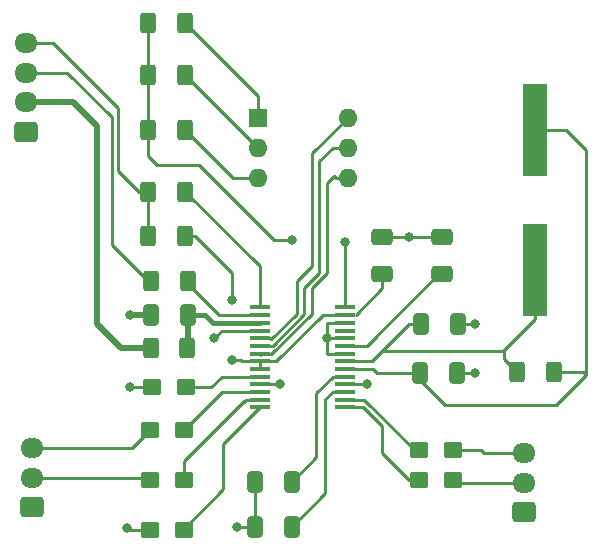
<source format=gbr>
%TF.GenerationSoftware,KiCad,Pcbnew,6.0.11+dfsg-1*%
%TF.CreationDate,2024-01-30T14:39:01+01:00*%
%TF.ProjectId,Langstone-Soundcard,4c616e67-7374-46f6-9e65-2d536f756e64,rev?*%
%TF.SameCoordinates,Original*%
%TF.FileFunction,Copper,L1,Top*%
%TF.FilePolarity,Positive*%
%FSLAX46Y46*%
G04 Gerber Fmt 4.6, Leading zero omitted, Abs format (unit mm)*
G04 Created by KiCad (PCBNEW 6.0.11+dfsg-1) date 2024-01-30 14:39:01*
%MOMM*%
%LPD*%
G01*
G04 APERTURE LIST*
G04 Aperture macros list*
%AMRoundRect*
0 Rectangle with rounded corners*
0 $1 Rounding radius*
0 $2 $3 $4 $5 $6 $7 $8 $9 X,Y pos of 4 corners*
0 Add a 4 corners polygon primitive as box body*
4,1,4,$2,$3,$4,$5,$6,$7,$8,$9,$2,$3,0*
0 Add four circle primitives for the rounded corners*
1,1,$1+$1,$2,$3*
1,1,$1+$1,$4,$5*
1,1,$1+$1,$6,$7*
1,1,$1+$1,$8,$9*
0 Add four rect primitives between the rounded corners*
20,1,$1+$1,$2,$3,$4,$5,0*
20,1,$1+$1,$4,$5,$6,$7,0*
20,1,$1+$1,$6,$7,$8,$9,0*
20,1,$1+$1,$8,$9,$2,$3,0*%
G04 Aperture macros list end*
%TA.AperFunction,SMDPad,CuDef*%
%ADD10RoundRect,0.250000X-0.400000X-0.625000X0.400000X-0.625000X0.400000X0.625000X-0.400000X0.625000X0*%
%TD*%
%TA.AperFunction,SMDPad,CuDef*%
%ADD11RoundRect,0.250000X-0.650000X0.412500X-0.650000X-0.412500X0.650000X-0.412500X0.650000X0.412500X0*%
%TD*%
%TA.AperFunction,SMDPad,CuDef*%
%ADD12RoundRect,0.250000X0.537500X0.425000X-0.537500X0.425000X-0.537500X-0.425000X0.537500X-0.425000X0*%
%TD*%
%TA.AperFunction,ComponentPad*%
%ADD13RoundRect,0.250000X0.725000X-0.600000X0.725000X0.600000X-0.725000X0.600000X-0.725000X-0.600000X0*%
%TD*%
%TA.AperFunction,ComponentPad*%
%ADD14O,1.950000X1.700000*%
%TD*%
%TA.AperFunction,SMDPad,CuDef*%
%ADD15RoundRect,0.250000X0.650000X-0.412500X0.650000X0.412500X-0.650000X0.412500X-0.650000X-0.412500X0*%
%TD*%
%TA.AperFunction,SMDPad,CuDef*%
%ADD16RoundRect,0.250000X-0.412500X-0.650000X0.412500X-0.650000X0.412500X0.650000X-0.412500X0.650000X0*%
%TD*%
%TA.AperFunction,SMDPad,CuDef*%
%ADD17R,1.750000X0.450000*%
%TD*%
%TA.AperFunction,SMDPad,CuDef*%
%ADD18RoundRect,0.250000X0.412500X0.650000X-0.412500X0.650000X-0.412500X-0.650000X0.412500X-0.650000X0*%
%TD*%
%TA.AperFunction,SMDPad,CuDef*%
%ADD19R,2.000000X7.875000*%
%TD*%
%TA.AperFunction,SMDPad,CuDef*%
%ADD20RoundRect,0.250000X-0.537500X-0.425000X0.537500X-0.425000X0.537500X0.425000X-0.537500X0.425000X0*%
%TD*%
%TA.AperFunction,ComponentPad*%
%ADD21R,1.600000X1.600000*%
%TD*%
%TA.AperFunction,ComponentPad*%
%ADD22O,1.600000X1.600000*%
%TD*%
%TA.AperFunction,ViaPad*%
%ADD23C,0.800000*%
%TD*%
%TA.AperFunction,Conductor*%
%ADD24C,0.250000*%
%TD*%
%TA.AperFunction,Conductor*%
%ADD25C,0.500000*%
%TD*%
%TA.AperFunction,Conductor*%
%ADD26C,0.400000*%
%TD*%
G04 APERTURE END LIST*
D10*
%TO.P,R6,1*%
%TO.N,Net-(J2-Pad4)*%
X115060000Y-79440000D03*
%TO.P,R6,2*%
%TO.N,Net-(R6-Pad2)*%
X118160000Y-79440000D03*
%TD*%
D11*
%TO.P,C4,1*%
%TO.N,GND*%
X134874000Y-83273500D03*
%TO.P,C4,2*%
%TO.N,Net-(C4-Pad2)*%
X134874000Y-86398500D03*
%TD*%
D12*
%TO.P,C1,1*%
%TO.N,Net-(C1-Pad1)*%
X118087500Y-99650000D03*
%TO.P,C1,2*%
%TO.N,Net-(C1-Pad2)*%
X115212500Y-99650000D03*
%TD*%
D13*
%TO.P,J1,1,Pin_1*%
%TO.N,GND*%
X105225000Y-106165000D03*
D14*
%TO.P,J1,2,Pin_2*%
%TO.N,Net-(C2-Pad2)*%
X105225000Y-103665000D03*
%TO.P,J1,3,Pin_3*%
%TO.N,Net-(C1-Pad2)*%
X105225000Y-101165000D03*
%TD*%
D15*
%TO.P,C9,1*%
%TO.N,Net-(C9-Pad1)*%
X139954000Y-86398500D03*
%TO.P,C9,2*%
%TO.N,GND*%
X139954000Y-83273500D03*
%TD*%
D12*
%TO.P,C5,1*%
%TO.N,Net-(C5-Pad1)*%
X118277500Y-96012000D03*
%TO.P,C5,2*%
%TO.N,GND*%
X115402500Y-96012000D03*
%TD*%
D10*
%TO.P,R2,1*%
%TO.N,Net-(R1-Pad1)*%
X115060000Y-69585000D03*
%TO.P,R2,2*%
%TO.N,Net-(R2-Pad2)*%
X118160000Y-69585000D03*
%TD*%
D12*
%TO.P,C6,1*%
%TO.N,Net-(C6-Pad1)*%
X118092500Y-108070000D03*
%TO.P,C6,2*%
%TO.N,GND*%
X115217500Y-108070000D03*
%TD*%
D16*
%TO.P,C12,1*%
%TO.N,Net-(C12-Pad1)*%
X138137500Y-90678000D03*
%TO.P,C12,2*%
%TO.N,GND*%
X141262500Y-90678000D03*
%TD*%
D17*
%TO.P,U1,1,D+*%
%TO.N,Net-(R6-Pad2)*%
X124485000Y-89240000D03*
%TO.P,U1,2,D-*%
%TO.N,Net-(R7-Pad2)*%
X124485000Y-89890000D03*
%TO.P,U1,3,VBUS*%
%TO.N,VCC*%
X124485000Y-90540000D03*
%TO.P,U1,4,DGNDU*%
%TO.N,GND*%
X124485000Y-91190000D03*
%TO.P,U1,5,HID0*%
%TO.N,Net-(SW1-Pad6)*%
X124485000Y-91840000D03*
%TO.P,U1,6,HID1*%
%TO.N,Net-(SW1-Pad5)*%
X124485000Y-92490000D03*
%TO.P,U1,7,HID2*%
%TO.N,Net-(SW1-Pad4)*%
X124485000Y-93140000D03*
%TO.P,U1,8,SEL0*%
%TO.N,Net-(C4-Pad2)*%
X124485000Y-93790000D03*
%TO.P,U1,9,SEL1*%
X124485000Y-94440000D03*
%TO.P,U1,10,VCCCI*%
%TO.N,Net-(C5-Pad1)*%
X124485000Y-95090000D03*
%TO.P,U1,11,AGNDC*%
%TO.N,GND*%
X124485000Y-95740000D03*
%TO.P,U1,12,VINL*%
%TO.N,Net-(C1-Pad1)*%
X124485000Y-96390000D03*
%TO.P,U1,13,VINR*%
%TO.N,Net-(C2-Pad1)*%
X124485000Y-97040000D03*
%TO.P,U1,14,VCOM*%
%TO.N,Net-(C6-Pad1)*%
X124485000Y-97690000D03*
%TO.P,U1,15,VOUTR*%
%TO.N,Net-(C11-Pad1)*%
X131685000Y-97690000D03*
%TO.P,U1,16,VOUTL*%
%TO.N,Net-(C10-Pad1)*%
X131685000Y-97040000D03*
%TO.P,U1,17,VCCP1I*%
%TO.N,Net-(C7-Pad1)*%
X131685000Y-96390000D03*
%TO.P,U1,18,AGNDP*%
%TO.N,GND*%
X131685000Y-95740000D03*
%TO.P,U1,19,VCCP2I*%
%TO.N,Net-(C8-Pad1)*%
X131685000Y-95090000D03*
%TO.P,U1,20,XTO*%
%TO.N,Net-(C13-Pad1)*%
X131685000Y-94440000D03*
%TO.P,U1,21,XTI*%
%TO.N,Net-(C12-Pad1)*%
X131685000Y-93790000D03*
%TO.P,U1,22,AGNDX*%
%TO.N,GND*%
X131685000Y-93140000D03*
%TO.P,U1,23,VCCXI*%
%TO.N,Net-(C9-Pad1)*%
X131685000Y-92490000D03*
%TO.P,U1,24,DIN*%
%TO.N,GND*%
X131685000Y-91840000D03*
%TO.P,U1,25,DOUT*%
%TO.N,unconnected-(U1-Pad25)*%
X131685000Y-91190000D03*
%TO.P,U1,26,DGND*%
%TO.N,GND*%
X131685000Y-90540000D03*
%TO.P,U1,27,VDDI*%
%TO.N,Net-(C4-Pad2)*%
X131685000Y-89890000D03*
%TO.P,U1,28,~{SSPND}*%
%TO.N,Net-(R1-Pad1)*%
X131685000Y-89240000D03*
%TD*%
D10*
%TO.P,R3,1*%
%TO.N,Net-(R1-Pad1)*%
X115060000Y-74190000D03*
%TO.P,R3,2*%
%TO.N,Net-(R3-Pad2)*%
X118160000Y-74190000D03*
%TD*%
D16*
%TO.P,C13,1*%
%TO.N,Net-(C13-Pad1)*%
X138057500Y-94795000D03*
%TO.P,C13,2*%
%TO.N,GND*%
X141182500Y-94795000D03*
%TD*%
D18*
%TO.P,C7,1*%
%TO.N,Net-(C7-Pad1)*%
X127223500Y-107803000D03*
%TO.P,C7,2*%
%TO.N,GND*%
X124098500Y-107803000D03*
%TD*%
D10*
%TO.P,R1,1*%
%TO.N,Net-(R1-Pad1)*%
X115060000Y-65140000D03*
%TO.P,R1,2*%
%TO.N,Net-(R1-Pad2)*%
X118160000Y-65140000D03*
%TD*%
D19*
%TO.P,Y1,1,1*%
%TO.N,Net-(C13-Pad1)*%
X147770000Y-74192500D03*
%TO.P,Y1,2,2*%
%TO.N,Net-(C12-Pad1)*%
X147770000Y-86067500D03*
%TD*%
D18*
%TO.P,C8,1*%
%TO.N,Net-(C8-Pad1)*%
X127223500Y-103993000D03*
%TO.P,C8,2*%
%TO.N,GND*%
X124098500Y-103993000D03*
%TD*%
D13*
%TO.P,J3,1,Pin_1*%
%TO.N,GND*%
X146907500Y-106565000D03*
D14*
%TO.P,J3,2,Pin_2*%
%TO.N,Net-(C11-Pad2)*%
X146907500Y-104065000D03*
%TO.P,J3,3,Pin_3*%
%TO.N,Net-(C10-Pad2)*%
X146907500Y-101565000D03*
%TD*%
D10*
%TO.P,R4,1*%
%TO.N,Net-(J2-Pad2)*%
X115266000Y-92710000D03*
%TO.P,R4,2*%
%TO.N,VCC*%
X118366000Y-92710000D03*
%TD*%
D20*
%TO.P,C11,1*%
%TO.N,Net-(C11-Pad1)*%
X138008500Y-103886000D03*
%TO.P,C11,2*%
%TO.N,Net-(C11-Pad2)*%
X140883500Y-103886000D03*
%TD*%
D10*
%TO.P,R5,1*%
%TO.N,Net-(J2-Pad4)*%
X115060000Y-83200000D03*
%TO.P,R5,2*%
%TO.N,Net-(C4-Pad2)*%
X118160000Y-83200000D03*
%TD*%
D12*
%TO.P,C2,1*%
%TO.N,Net-(C2-Pad1)*%
X118092500Y-103875000D03*
%TO.P,C2,2*%
%TO.N,Net-(C2-Pad2)*%
X115217500Y-103875000D03*
%TD*%
D10*
%TO.P,R7,1*%
%TO.N,Net-(J2-Pad3)*%
X115316000Y-86970000D03*
%TO.P,R7,2*%
%TO.N,Net-(R7-Pad2)*%
X118416000Y-86970000D03*
%TD*%
D13*
%TO.P,J2,1,Pin_1*%
%TO.N,GND*%
X104700000Y-74355000D03*
D14*
%TO.P,J2,2,Pin_2*%
%TO.N,Net-(J2-Pad2)*%
X104700000Y-71855000D03*
%TO.P,J2,3,Pin_3*%
%TO.N,Net-(J2-Pad3)*%
X104700000Y-69355000D03*
%TO.P,J2,4,Pin_4*%
%TO.N,Net-(J2-Pad4)*%
X104700000Y-66855000D03*
%TD*%
D10*
%TO.P,R8,1*%
%TO.N,Net-(C12-Pad1)*%
X146278000Y-94742000D03*
%TO.P,R8,2*%
%TO.N,Net-(C13-Pad1)*%
X149378000Y-94742000D03*
%TD*%
D21*
%TO.P,SW1,1*%
%TO.N,Net-(R1-Pad2)*%
X124317500Y-73160000D03*
D22*
%TO.P,SW1,2*%
%TO.N,Net-(R2-Pad2)*%
X124317500Y-75700000D03*
%TO.P,SW1,3*%
%TO.N,Net-(R3-Pad2)*%
X124317500Y-78240000D03*
%TO.P,SW1,4*%
%TO.N,Net-(SW1-Pad4)*%
X131937500Y-78240000D03*
%TO.P,SW1,5*%
%TO.N,Net-(SW1-Pad5)*%
X131937500Y-75700000D03*
%TO.P,SW1,6*%
%TO.N,Net-(SW1-Pad6)*%
X131937500Y-73160000D03*
%TD*%
D18*
%TO.P,C3,1*%
%TO.N,VCC*%
X118402500Y-89916000D03*
%TO.P,C3,2*%
%TO.N,GND*%
X115277500Y-89916000D03*
%TD*%
D20*
%TO.P,C10,1*%
%TO.N,Net-(C10-Pad1)*%
X138008500Y-101346000D03*
%TO.P,C10,2*%
%TO.N,Net-(C10-Pad2)*%
X140883500Y-101346000D03*
%TD*%
D23*
%TO.N,Net-(C4-Pad2)*%
X122174000Y-88646000D03*
X122174000Y-93726000D03*
%TO.N,Net-(R1-Pad1)*%
X127254000Y-83566000D03*
X131685000Y-83679000D03*
%TO.N,GND*%
X137160000Y-83312000D03*
X113538000Y-89916000D03*
X113284000Y-107950000D03*
X113538000Y-96012000D03*
X142695000Y-94795000D03*
X126220000Y-95740000D03*
X133604000Y-95758000D03*
X142748000Y-90678000D03*
X122575000Y-107803000D03*
X120650000Y-91821000D03*
X130156000Y-91840000D03*
%TD*%
D24*
%TO.N,Net-(C12-Pad1)*%
X134048000Y-93790000D02*
X134874000Y-92964000D01*
X131685000Y-93790000D02*
X134048000Y-93790000D01*
X147770000Y-90228000D02*
X147770000Y-86067500D01*
X145161000Y-92837000D02*
X145161000Y-93625000D01*
X145161000Y-93625000D02*
X146278000Y-94742000D01*
X137160000Y-90678000D02*
X138137500Y-90678000D01*
X145034000Y-92964000D02*
X145161000Y-92837000D01*
X145161000Y-92837000D02*
X147770000Y-90228000D01*
X134874000Y-92964000D02*
X137160000Y-90678000D01*
X134874000Y-92964000D02*
X145034000Y-92964000D01*
%TO.N,Net-(C13-Pad1)*%
X138057500Y-95385500D02*
X138057500Y-94795000D01*
X138057500Y-94795000D02*
X134419000Y-94795000D01*
X151892000Y-94742000D02*
X152146000Y-94996000D01*
X140208000Y-97536000D02*
X138057500Y-95385500D01*
X152146000Y-94996000D02*
X149606000Y-97536000D01*
X152146000Y-75946000D02*
X152146000Y-94996000D01*
X149378000Y-94742000D02*
X151892000Y-94742000D01*
X134419000Y-94795000D02*
X134064000Y-94440000D01*
X147770000Y-74192500D02*
X150392500Y-74192500D01*
X150392500Y-74192500D02*
X152146000Y-75946000D01*
X149606000Y-97536000D02*
X140208000Y-97536000D01*
X134064000Y-94440000D02*
X131685000Y-94440000D01*
%TO.N,Net-(J2-Pad3)*%
X104700000Y-69355000D02*
X108217000Y-69355000D01*
X112014000Y-83924000D02*
X115060000Y-86970000D01*
X112014000Y-73152000D02*
X112014000Y-83924000D01*
X108217000Y-69355000D02*
X112014000Y-73152000D01*
%TO.N,Net-(R7-Pad2)*%
X121080000Y-89890000D02*
X118160000Y-86970000D01*
X124485000Y-89890000D02*
X121080000Y-89890000D01*
%TO.N,Net-(J2-Pad4)*%
X104700000Y-66855000D02*
X106987000Y-66855000D01*
X106987000Y-66855000D02*
X112522000Y-72390000D01*
X115060000Y-79440000D02*
X115060000Y-83200000D01*
X114238000Y-79440000D02*
X115060000Y-79440000D01*
X112522000Y-72390000D02*
X112522000Y-77724000D01*
X112522000Y-77724000D02*
X114238000Y-79440000D01*
%TO.N,Net-(R6-Pad2)*%
X124485000Y-89240000D02*
X124485000Y-85765000D01*
X124485000Y-85765000D02*
X118160000Y-79440000D01*
%TO.N,Net-(C4-Pad2)*%
X129820000Y-89890000D02*
X125920000Y-93790000D01*
X125920000Y-93790000D02*
X124485000Y-93790000D01*
X119014000Y-83200000D02*
X122174000Y-86360000D01*
X134874000Y-87630000D02*
X132614000Y-89890000D01*
X122174000Y-86360000D02*
X122174000Y-88646000D01*
X131685000Y-89890000D02*
X129820000Y-89890000D01*
X122936000Y-93726000D02*
X122174000Y-93726000D01*
X124485000Y-94440000D02*
X124485000Y-93790000D01*
X123000000Y-93790000D02*
X122936000Y-93726000D01*
X124485000Y-93790000D02*
X123000000Y-93790000D01*
X134874000Y-86398500D02*
X134874000Y-87630000D01*
X118160000Y-83200000D02*
X119014000Y-83200000D01*
D25*
%TO.N,Net-(J2-Pad2)*%
X110744000Y-73914000D02*
X108685000Y-71855000D01*
X115266000Y-92710000D02*
X112776000Y-92710000D01*
X112776000Y-92710000D02*
X110744000Y-90678000D01*
X110744000Y-90678000D02*
X110744000Y-73914000D01*
X108685000Y-71855000D02*
X104700000Y-71855000D01*
%TO.N,VCC*%
X118402500Y-89916000D02*
X118402500Y-92673500D01*
D26*
X120512000Y-90540000D02*
X119888000Y-89916000D01*
X119888000Y-89916000D02*
X118402500Y-89916000D01*
X124485000Y-90540000D02*
X120512000Y-90540000D01*
D24*
X118402500Y-92673500D02*
X118366000Y-92710000D01*
%TO.N,Net-(R1-Pad1)*%
X115060000Y-65140000D02*
X115060000Y-69585000D01*
X115824000Y-77216000D02*
X119380000Y-77216000D01*
X127000000Y-83566000D02*
X127254000Y-83566000D01*
X115062000Y-74192000D02*
X115062000Y-76454000D01*
X115062000Y-76454000D02*
X115824000Y-77216000D01*
X119380000Y-77216000D02*
X125730000Y-83566000D01*
X131685000Y-89240000D02*
X131685000Y-83679000D01*
X115060000Y-74190000D02*
X115062000Y-74192000D01*
X115060000Y-74190000D02*
X115060000Y-69585000D01*
X125730000Y-83566000D02*
X127000000Y-83566000D01*
%TO.N,Net-(R3-Pad2)*%
X118160000Y-74190000D02*
X122210000Y-78240000D01*
X122210000Y-78240000D02*
X124317500Y-78240000D01*
%TO.N,Net-(R2-Pad2)*%
X118202500Y-69585000D02*
X124317500Y-75700000D01*
X118160000Y-69585000D02*
X118202500Y-69585000D01*
%TO.N,Net-(R1-Pad2)*%
X124317500Y-71297500D02*
X124317500Y-73160000D01*
X118160000Y-65140000D02*
X124317500Y-71297500D01*
%TO.N,GND*%
X136944500Y-83273500D02*
X136906000Y-83312000D01*
X124485000Y-91190000D02*
X121281000Y-91190000D01*
X134874000Y-83273500D02*
X136867500Y-83273500D01*
X141262500Y-90678000D02*
X142748000Y-90678000D01*
X133586000Y-95740000D02*
X133604000Y-95758000D01*
X131685000Y-91840000D02*
X130156000Y-91840000D01*
X130224000Y-93140000D02*
X130224000Y-91908000D01*
X120713500Y-91757500D02*
X120650000Y-91821000D01*
X124485000Y-95740000D02*
X126220000Y-95740000D01*
X124098500Y-107803000D02*
X122575000Y-107803000D01*
X130164000Y-90540000D02*
X130156000Y-90548000D01*
X113404000Y-108070000D02*
X113284000Y-107950000D01*
X136867500Y-83273500D02*
X136906000Y-83312000D01*
X130156000Y-90548000D02*
X130156000Y-91840000D01*
X141182500Y-94795000D02*
X142695000Y-94795000D01*
X131685000Y-90540000D02*
X130164000Y-90540000D01*
X131685000Y-95740000D02*
X133586000Y-95740000D01*
X115217500Y-108070000D02*
X113404000Y-108070000D01*
D25*
X115277500Y-89916000D02*
X113538000Y-89916000D01*
D24*
X115402500Y-96012000D02*
X113538000Y-96012000D01*
X124098500Y-103993000D02*
X124098500Y-107803000D01*
X121281000Y-91190000D02*
X120713500Y-91757500D01*
X130224000Y-91908000D02*
X130156000Y-91840000D01*
X139954000Y-83273500D02*
X136944500Y-83273500D01*
X131685000Y-93140000D02*
X130224000Y-93140000D01*
%TO.N,Net-(SW1-Pad6)*%
X131937500Y-73160000D02*
X128905000Y-76192500D01*
X127635000Y-86995000D02*
X127635000Y-89789000D01*
X128905000Y-76192500D02*
X128905000Y-85725000D01*
X128905000Y-85725000D02*
X127635000Y-86995000D01*
X125368000Y-91840000D02*
X124485000Y-91840000D01*
X127635000Y-89789000D02*
X125476000Y-91948000D01*
X125476000Y-91948000D02*
X125368000Y-91840000D01*
%TO.N,Net-(SW1-Pad5)*%
X129540000Y-86360000D02*
X128270000Y-87630000D01*
X131937500Y-75700000D02*
X130675000Y-75700000D01*
X130675000Y-75700000D02*
X129540000Y-76835000D01*
X128270000Y-89805000D02*
X125585000Y-92490000D01*
X128270000Y-87630000D02*
X128270000Y-89805000D01*
X129540000Y-76835000D02*
X129540000Y-86360000D01*
X125585000Y-92490000D02*
X124485000Y-92490000D01*
%TO.N,Net-(SW1-Pad4)*%
X130810000Y-78105000D02*
X130175000Y-78740000D01*
X128905698Y-89805698D02*
X125493396Y-93218000D01*
X125493396Y-93218000D02*
X124563000Y-93218000D01*
X124563000Y-93218000D02*
X124485000Y-93140000D01*
X130175000Y-78740000D02*
X130175000Y-80007208D01*
X130175000Y-80007208D02*
X130176396Y-80008604D01*
X124485000Y-93140000D02*
X124585000Y-93240000D01*
X130176396Y-80008604D02*
X130176396Y-86360000D01*
X130176396Y-86360000D02*
X128905698Y-87630698D01*
X128905698Y-87630698D02*
X128905698Y-89805698D01*
X130945000Y-78240000D02*
X130810000Y-78105000D01*
X131937500Y-78240000D02*
X130945000Y-78240000D01*
%TO.N,Net-(C5-Pad1)*%
X120396000Y-96012000D02*
X118277500Y-96012000D01*
X121318000Y-95090000D02*
X120396000Y-96012000D01*
X124485000Y-95090000D02*
X121318000Y-95090000D01*
%TO.N,Net-(C1-Pad1)*%
X121347500Y-96390000D02*
X124485000Y-96390000D01*
X118087500Y-99650000D02*
X121347500Y-96390000D01*
%TO.N,Net-(C2-Pad1)*%
X123190000Y-97210000D02*
X123360000Y-97040000D01*
X123190000Y-97155000D02*
X123190000Y-97210000D01*
X118092500Y-102252500D02*
X123190000Y-97155000D01*
X123360000Y-97040000D02*
X124485000Y-97040000D01*
X118092500Y-103875000D02*
X118092500Y-102252500D01*
%TO.N,Net-(C6-Pad1)*%
X121412000Y-104648000D02*
X121412000Y-100763000D01*
X118092500Y-107967500D02*
X121412000Y-104648000D01*
X118092500Y-108070000D02*
X118092500Y-107967500D01*
X121412000Y-100763000D02*
X124485000Y-97690000D01*
%TO.N,Net-(C11-Pad1)*%
X133250000Y-97690000D02*
X131685000Y-97690000D01*
X138008500Y-103886000D02*
X137160000Y-103886000D01*
X137160000Y-103886000D02*
X134874000Y-101600000D01*
X134874000Y-101600000D02*
X134874000Y-99314000D01*
X134874000Y-99314000D02*
X133250000Y-97690000D01*
%TO.N,Net-(C10-Pad1)*%
X137668000Y-101346000D02*
X138008500Y-101346000D01*
X131685000Y-97040000D02*
X133362000Y-97040000D01*
X133362000Y-97040000D02*
X137668000Y-101346000D01*
%TO.N,Net-(C7-Pad1)*%
X130048000Y-104978500D02*
X127223500Y-107803000D01*
X130686000Y-96390000D02*
X130048000Y-97028000D01*
X130048000Y-97028000D02*
X130048000Y-104978500D01*
X131685000Y-96390000D02*
X130686000Y-96390000D01*
%TO.N,Net-(C8-Pad1)*%
X129286000Y-96520000D02*
X129286000Y-101930500D01*
X129286000Y-101930500D02*
X127223500Y-103993000D01*
X130716000Y-95090000D02*
X129286000Y-96520000D01*
X131685000Y-95090000D02*
X130716000Y-95090000D01*
%TO.N,Net-(C9-Pad1)*%
X131685000Y-92490000D02*
X133570000Y-92490000D01*
X133570000Y-92490000D02*
X139954000Y-86106000D01*
X139954000Y-86106000D02*
X139954000Y-86398500D01*
%TO.N,Net-(C2-Pad2)*%
X105225000Y-103665000D02*
X115007500Y-103665000D01*
X115007500Y-103665000D02*
X115217500Y-103875000D01*
%TO.N,Net-(C1-Pad2)*%
X113697500Y-101165000D02*
X115212500Y-99650000D01*
X105225000Y-101165000D02*
X113697500Y-101165000D01*
%TO.N,Net-(C11-Pad2)*%
X141062500Y-104065000D02*
X140883500Y-103886000D01*
X146907500Y-104065000D02*
X141062500Y-104065000D01*
%TO.N,Net-(C10-Pad2)*%
X143248500Y-101346000D02*
X143467500Y-101565000D01*
X140883500Y-101346000D02*
X143248500Y-101346000D01*
X146907500Y-101565000D02*
X143467500Y-101565000D01*
%TD*%
M02*

</source>
